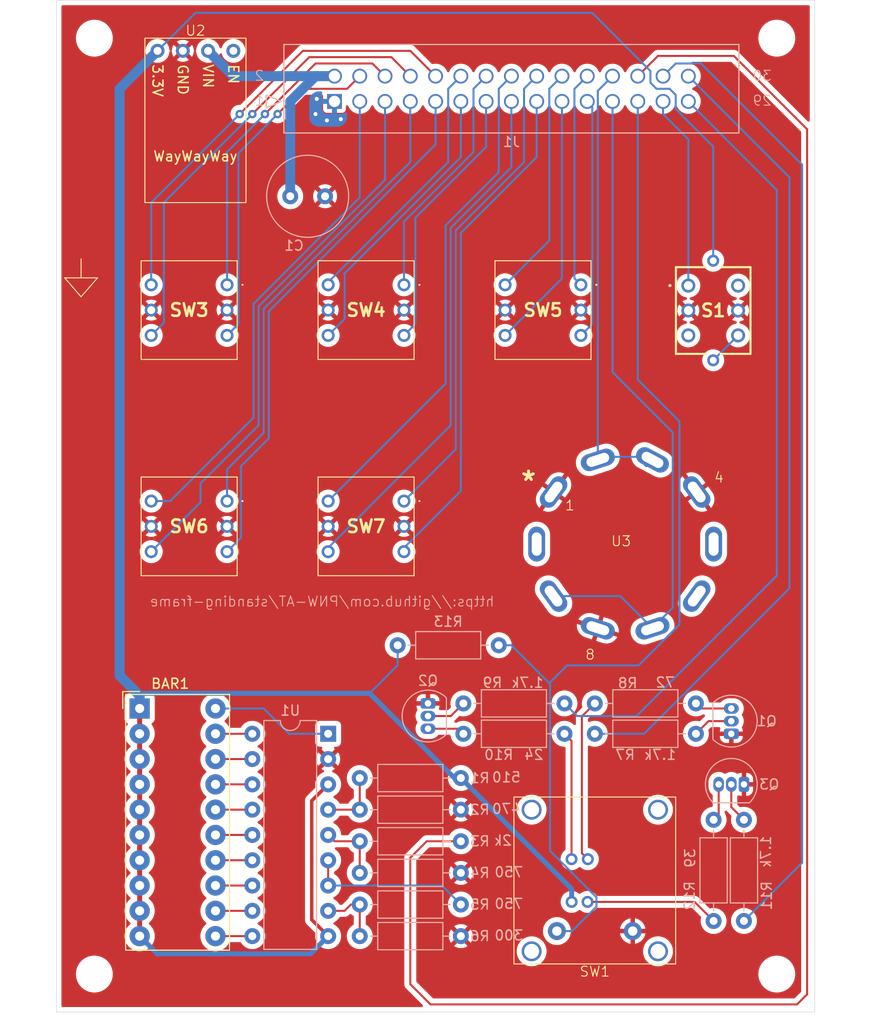
<source format=kicad_pcb>
(kicad_pcb (version 20240108) (generator "pcbnew") (generator_version "8.0")
  (title_block (title "control PCB for standing frame") (date "2024-07-10") (rev "v1.0") (company "PNW Assistive Technology") (comment 1 "Joshua Phelps"))
  (layers (0 "F.Cu" signal) (31 "B.Cu" signal) (34 "B.Paste" user) (35 "F.Paste" user) (36 "B.SilkS" user "B.Silkscreen") (37 "F.SilkS" user "F.Silkscreen") (38 "B.Mask" user) (39 "F.Mask" user) (44 "Edge.Cuts" user))
  (net 0 "")
  (net 1 "Net-(J1-Pin_3)")
  (net 2 "Net-(J1-Pin_7)")
  (net 3 "Net-(J1-Pin_5)")
  (net 4 "Net-(J1-Pin_8)")
  (net 5 "3.3V")
  (net 6 "Net-(U1-LED9)")
  (net 7 "Net-(U1-LED6)")
  (net 8 "Net-(U1-LED5)")
  (net 9 "Net-(U1-LED4)")
  (net 10 "Net-(U1-LED8)")
  (net 11 "Net-(U1-LED3)")
  (net 12 "Net-(U1-LED10)")
  (net 13 "Net-(U1-LED7)")
  (net 14 "Net-(U1-LED1)")
  (net 15 "Net-(U1-LED2)")
  (net 16 "GND")
  (net 17 "Net-(U1-RLO)")
  (net 18 "Net-(U1-SIG)")
  (net 19 "vbat")
  (net 20 "Net-(U1-REFOUT)")
  (net 21 "Net-(U1-REFADJ)")
  (net 22 "Net-(Q1-C)")
  (net 23 "Net-(Q1-B)")
  (net 24 "Net-(Q2-C)")
  (net 25 "Net-(Q2-B)")
  (net 26 "Net-(Q3-B)")
  (net 27 "Net-(Q3-C)")
  (net 28 "red")
  (net 29 "green")
  (net 30 "blue")
  (net 31 "Net-(SW1-red)")
  (net 32 "Net-(SW1-green)")
  (net 33 "Net-(SW1-blue)")
  (net 34 "activate")
  (net 35 "Net-(J1-Pin_4)")
  (net 37 "steerlock")
  (net 38 "Net-(J1-Pin_6)")
  (net 40 "Net-(J1-Pin_10)")
  (net 42 "Net-(S1-K)")
  (net 45 "Net-(J1-Pin_9)")
  (net 46 "Net-(J1-Pin_11)")
  (net 47 "Net-(J1-Pin_12)")
  (net 48 "Net-(J1-Pin_13)")
  (net 49 "Net-(J1-Pin_14)")
  (net 50 "Net-(J1-Pin_18)")
  (net 51 "Net-(J1-Pin_17)")
  (net 52 "Net-(J1-Pin_15)")
  (net 53 "Net-(J1-Pin_16)")
  (net 54 "Net-(J1-Pin_20)")
  (net 55 "Net-(J1-Pin_22)")
  (net 56 "Net-(J1-Pin_19)")
  (net 57 "Net-(J1-Pin_21)")
  (net 58 "mode2")
  (net 59 "mode1")
  (net 61 "Net-(J1-Pin_26)")
  (footprint "projlib:KP0215ASAKG03RGBP-1FJB" (layer "F.Cu") (at 155.702 139.192)
    (property "Reference" "SW1")
    (property "Value" "~")
  )
  (footprint "MountingHole:MountingHole_3.2mm_M3" (layer "F.Cu") (at 105.41 148.59)
    (property "Reference" "REF**" (hide yes))
    (property "Value" "MountingHole_3.2mm_M3")
  )
  (footprint "projlib:221ADC16" (layer "F.Cu") (at 136.525 101.092)
    (property "Reference" "SW7")
    (property "Value" "221ADC16" (hide yes))
  )
  (footprint "MountingHole:MountingHole_3.2mm_M3" (layer "F.Cu") (at 173.99 54.61)
    (property "Reference" "REF**" (hide yes))
    (property "Value" "MountingHole_3.2mm_M3")
  )
  (footprint "projlib:221ADC16" (layer "F.Cu") (at 118.745 79.375)
    (property "Reference" "SW3")
    (property "Value" "221ADC16" (hide yes))
  )
  (footprint "projlib:221ADC16" (layer "F.Cu") (at 136.525 79.375)
    (property "Reference" "SW4")
    (property "Value" "221ADC16" (hide yes))
  )
  (footprint "projlib:LP4EE1PBCTW" (layer "F.Cu") (at 165.1 79.455 90)
    (property "Reference" "S1")
    (property "Value" "LP4EE1PBCTW" (hide yes))
  )
  (footprint "projlib:CON_702463001_MOL_molex2x15" (layer "F.Cu") (at 129.54 60.96)
    (property "Reference" "J1")
    (property "Value" "Molex2x15" (hide yes))
  )
  (footprint "projlib:R20405RN02Q" (layer "F.Cu") (at 158.75 105.41 54)
    (property "Reference" "U3")
    (property "Value" "~")
  )
  (footprint "projlib:221ADC16" (layer "F.Cu") (at 154.305 79.375)
    (property "Reference" "SW5")
    (property "Value" "221ADC16" (hide yes))
  )
  (footprint "MountingHole:MountingHole_3.2mm_M3" (layer "F.Cu") (at 105.41 54.61)
    (property "Reference" "REF**" (hide yes))
    (property "Value" "MountingHole_3.2mm_M3")
  )
  (footprint "Display:HLCP-J100" (layer "F.Cu") (at 109.9625 121.92)
    (property "Reference" "BAR1")
    (property "Value" "HLCP-J100_2")
  )
  (footprint "projlib:pololu4964_3.3v" (layer "F.Cu") (at 115.57 54.61 180)
    (property "Reference" "U2")
    (property "Value" "3.3v regulator")
  )
  (footprint "LOGO" (layer "F.Cu") (at 167.894 68.834)
    (property "Reference" "G***" (hide yes))
    (property "Value" "LOGO" (hide yes))
  )
  (footprint "projlib:221ADC16" (layer "F.Cu") (at 118.745 101.092)
    (property "Reference" "SW6")
    (property "Value" "221ADC16" (hide yes))
  )
  (footprint "MountingHole:MountingHole_3.2mm_M3" (layer "F.Cu") (at 173.99 148.59)
    (property "Reference" "REF**" (hide yes))
    (property "Value" "MountingHole_3.2mm_M3")
  )
  (footprint "Resistor_THT:R_Axial_DIN0207_L6.3mm_D2.5mm_P10.16mm_Horizontal" (layer "B.Cu") (at 165.862 124.46 180)
    (property "Reference" "R7")
    (property "Value" "1.7k")
  )
  (footprint "Resistor_THT:R_Axial_DIN0207_L6.3mm_D2.5mm_P10.16mm_Horizontal" (layer "B.Cu") (at 142.494 124.46)
    (property "Reference" "R10")
    (property "Value" "24")
  )
  (footprint "Resistor_THT:R_Axial_DIN0207_L6.3mm_D2.5mm_P10.16mm_Horizontal" (layer "B.Cu") (at 142.24 128.905 180)
    (property "Reference" "R1")
    (property "Value" "510")
  )
  (footprint "projlib:TO-92_Inline" (layer "B.Cu") (at 170.688 129.54 180)
    (property "Reference" "Q3")
    (property "Value" "2N3904")
  )
  (footprint "Capacitor_THT:C_Radial_D8.0mm_H11.5mm_P3.50mm" (layer "B.Cu") (at 125.095 70.485)
    (property "Reference" "C1")
    (property "Value" "C_Polarized")
  )
  (footprint "Resistor_THT:R_Axial_DIN0207_L6.3mm_D2.5mm_P10.16mm_Horizontal" (layer "B.Cu") (at 142.24 144.78 180)
    (property "Reference" "R6")
    (property "Value" "300")
  )
  (footprint "Resistor_THT:R_Axial_DIN0207_L6.3mm_D2.5mm_P10.16mm_Horizontal" (layer "B.Cu") (at 142.24 141.605 180)
    (property "Reference" "R5")
    (property "Value" "750")
  )
  (footprint "Resistor_THT:R_Axial_DIN0207_L6.3mm_D2.5mm_P10.16mm_Horizontal" (layer "B.Cu") (at 165.862 121.412 180)
    (property "Reference" "R8")
    (property "Value" "72")
  )
  (footprint "Resistor_THT:R_Axial_DIN0207_L6.3mm_D2.5mm_P10.16mm_Horizontal" (layer "B.Cu") (at 142.24 138.43 180)
    (property "Reference" "R4")
    (property "Value" "750")
  )
  (footprint "projlib:TO-92_Inline" (layer "B.Cu") (at 169.418 124.46 90)
    (property "Reference" "Q1")
    (property "Value" "2N3904")
  )
  (footprint "Resistor_THT:R_Axial_DIN0207_L6.3mm_D2.5mm_P10.16mm_Horizontal" (layer "B.Cu") (at 142.494 121.412)
    (property "Reference" "R9")
    (property "Value" "1.7k")
  )
  (footprint "Resistor_THT:R_Axial_DIN0207_L6.3mm_D2.5mm_P10.16mm_Horizontal" (layer "B.Cu") (at 142.24 135.255 180)
    (property "Reference" "R3")
    (property "Value" "2k")
  )
  (footprint "Resistor_THT:R_Axial_DIN0207_L6.3mm_D2.5mm_P10.16mm_Horizontal" (layer "B.Cu") (at 170.688 133.096 -90)
    (property "Reference" "R11")
    (property "Value" "1.7k")
  )
  (footprint "Package_DIP:DIP-18_W7.62mm" (layer "B.Cu") (at 128.905 124.46 180)
    (property "Reference" "U1")
    (property "Value" "LM3914N")
  )
  (footprint "projlib:TO-92_Inline" (layer "B.Cu") (at 138.938 121.412 -90)
    (property "Reference" "Q2")
    (property "Value" "2N3904")
  )
  (footprint "Resistor_THT:R_Axial_DIN0207_L6.3mm_D2.5mm_P10.16mm_Horizontal" (layer "B.Cu") (at 146.05 115.57 180)
    (property "Reference" "R13")
    (property "Value" "2k")
  )
  (footprint "Resistor_THT:R_Axial_DIN0207_L6.3mm_D2.5mm_P10.16mm_Horizontal" (layer "B.Cu") (at 142.24 132.08 180)
    (property "Reference" "R2")
    (property "Value" "470")
  )
  (footprint "Resistor_THT:R_Axial_DIN0207_L6.3mm_D2.5mm_P10.16mm_Horizontal" (layer "B.Cu") (at 167.64 133.096 -90)
    (property "Reference" "R12")
    (property "Value" "39")
  )
  (gr_line (start 104.0765 80.5815) (end 102.4255 78.6765) (stroke (width 0.1)) (layer "F.SilkS"))
  (gr_line (start 102.4255 78.6765) (end 105.7275 78.6765) (stroke (width 0.1)) (layer "F.SilkS"))
  (gr_line (start 104.0765 76.7715) (end 104.0765 78.6765) (stroke (width 0.1)) (layer "F.SilkS"))
  (gr_line (start 105.7275 78.6765) (end 104.0765 80.5815) (stroke (width 0.1)) (layer "F.SilkS"))
  (gr_rect (start 101.599996 50.8) (end 177.799996 152.4) (stroke (width 0.05)) (fill none) (layer "Edge.Cuts"))
  (gr_text "https://github.com/PNW-AT/standing-frame" (at 145.669 111.76 -0) (layer "B.SilkS") (effects (font (size 1 1) (thickness 0.1)) (justify left bottom mirror)))
  (gr_text "24" (at 150.622 125.984 0) (layer "B.SilkS") (effects (font (size 1 1)) (justify left top mirror)))
  (gr_text "1.7k" (at 163.957 125.984 0) (layer "B.SilkS") (effects (font (size 1 1)) (justify left top mirror)))
  (gr_text "470\n" (at 148.336 132.588 0) (layer "B.SilkS") (effects (font (size 1 1)) (justify left bottom mirror)))
  (gr_text "300\n" (at 148.59 145.288 0) (layer "B.SilkS") (effects (font (size 1 1)) (justify left bottom mirror)))
  (gr_text "1.7k\n" (at 173.482 134.62 90) (layer "B.SilkS") (effects (font (size 1 1)) (justify left bottom mirror)))
  (gr_text "72\n" (at 163.83 119.888 0) (layer "B.SilkS") (effects (font (size 1 1)) (justify left bottom mirror)))
  (gr_text "510\n" (at 148.336 129.413 0) (layer "B.SilkS") (effects (font (size 1 1)) (justify left bottom mirror)))
  (gr_text "39\n" (at 165.862 135.89 90) (layer "B.SilkS") (effects (font (size 1 1)) (justify left bottom mirror)))
  (gr_text "750" (at 148.59 138.938 0) (layer "B.SilkS") (effects (font (size 1 1)) (justify left bottom mirror)))
  (gr_text "750" (at 148.59 142.113 0) (layer "B.SilkS") (effects (font (size 1 1)) (justify left bottom mirror)))
  (gr_text "2k\n" (at 147.447 135.763 0) (layer "B.SilkS") (effects (font (size 1 1)) (justify left bottom mirror)))
  (gr_text "1.7k" (at 150.622 118.745 0) (layer "B.SilkS") (effects (font (size 1 1)) (justify left top mirror)))
  (gr_text "WayWayWay" (at 111.252 67.056 0) (layer "F.SilkS") (effects (font (size 1 1)) (justify left bottom)))
  (gr_text "*" (at 148.082 100.33 0) (layer "F.SilkS") (effects (font (size 2 2) (thickness 0.3) (bold yes)) (justify left bottom)))
  (gr_text "1\n" (at 152.654 102.108 0) (layer "F.SilkS") (effects (font (size 1 1) (thickness 0.1)) (justify left bottom)))
  (gr_text "8\n" (at 154.686 117.094 0) (layer "F.SilkS") (effects (font (size 1 1) (thickness 0.1)) (justify left bottom)))
  (gr_text "4\n" (at 167.64 99.314 0) (layer "F.SilkS") (effects (font (size 1 1) (thickness 0.1)) (justify left bottom)))
  (segment (start 121.412 92.71) (end 121.412 81.28) (width 0.2) (layer "B.Cu") (net 1))
  (segment (start 132.08 70.612) (end 132.08 60.96) (width 0.2) (layer "B.Cu") (net 1))
  (segment (start 111.125 101.092) (end 113.03 101.092) (width 0.2) (layer "B.Cu") (net 1))
  (segment (start 121.412 81.28) (end 132.08 70.612) (width 0.2) (layer "B.Cu") (net 1))
  (segment (start 113.03 101.092) (end 121.412 92.71) (width 0.2) (layer "B.Cu") (net 1))
  (segment (start 122.428 81.788) (end 122.428 94.234) (width 0.2) (layer "B.Cu") (net 2))
  (segment (start 118.745 97.917) (end 118.745 101.092) (width 0.2) (layer "B.Cu") (net 2))
  (segment (start 122.428 94.234) (end 118.745 97.917) (width 0.2) (layer "B.Cu") (net 2))
  (segment (start 137.16 67.056) (end 122.428 81.788) (width 0.2) (layer "B.Cu") (net 2))
  (segment (start 137.16 60.96) (end 137.16 67.056) (width 0.2) (layer "B.Cu") (net 2))
  (segment (start 134.62 68.834) (end 134.62 60.96) (width 0.2) (layer "B.Cu") (net 3))
  (segment (start 116.078 101.219) (end 116.078 99.314) (width 0.2) (layer "B.Cu") (net 3))
  (segment (start 121.92 93.472) (end 121.92 81.534) (width 0.2) (layer "B.Cu") (net 3))
  (segment (start 116.078 99.314) (end 121.92 93.472) (width 0.2) (layer "B.Cu") (net 3))
  (segment (start 121.92 81.534) (end 134.62 68.834) (width 0.2) (layer "B.Cu") (net 3))
  (segment (start 111.125 106.172) (end 116.078 101.219) (width 0.2) (layer "B.Cu") (net 3))
  (segment (start 137.16 58.42) (end 135.255 56.515) (width 0.2) (layer "F.Cu") (net 4))
  (segment (start 127 56.515) (end 121.285 62.23) (width 0.2) (layer "F.Cu") (net 4))
  (segment (start 135.255 56.515) (end 127 56.515) (width 0.2) (layer "F.Cu") (net 4))
  (via (at 121.285 62.23) (size 0.85) (drill 0.4) (layers "F.Cu" "B.Cu") (net 4))
  (segment (start 111.125 84.455) (end 112.395 83.185) (width 0.2) (layer "B.Cu") (net 4))
  (segment (start 112.395 71.12) (end 121.285 62.23) (width 0.2) (layer "B.Cu") (net 4))
  (segment (start 112.395 83.185) (end 112.395 71.12) (width 0.2) (layer "B.Cu") (net 4))
  (segment (start 109.9625 121.92) (end 109.9625 144.78) (width 0.5) (layer "F.Cu") (net 5))
  (segment (start 128.905 129.54) (end 127.254 131.191) (width 0.35) (layer "F.Cu") (net 5))
  (segment (start 127.254 143.129) (end 128.905 144.78) (width 0.35) (layer "F.Cu") (net 5))
  (segment (start 109.9625 121.92) (end 110.49 121.92) (width 0.5) (layer "F.Cu") (net 5))
  (segment (start 127.254 131.191) (end 127.254 143.129) (width 0.35) (layer "F.Cu") (net 5))
  (segment (start 115.57 52.07) (end 111.76 55.88) (width 0.2) (layer "B.Cu") (net 5))
  (segment (start 111.7405 146.558) (end 127.127 146.558) (width 0.5) (layer "B.Cu") (net 5))
  (segment (start 163.83 61.722) (end 163.83 60.302146) (width 0.2) (layer "B.Cu") (net 5))
  (segment (start 167.6 76.955) (end 167.6 65.492) (width 0.2) (layer "B.Cu") (net 5))
  (segment (start 167.6 65.492) (end 163.83 61.722) (width 0.2) (layer "B.Cu") (net 5))
  (segment (start 163.217854 59.69) (end 161.902146 59.69) (width 0.2) (layer "B.Cu") (net 5))
  (segment (start 142.24 128.905) (end 153.372 140.037) (width 0.5) (layer "B.Cu") (net 5))
  (segment (start 109.9625 144.78) (end 111.7405 146.558) (width 0.5) (layer "B.Cu") (net 5))
  (segment (start 161.29 57.912) (end 155.448 52.07) (width 0.2) (layer "B.Cu") (net 5))
  (segment (start 107.95 59.69) (end 111.76 55.88) (width 1) (layer "B.Cu") (net 5))
  (segment (start 155.448 52.07) (end 115.57 52.07) (width 0.2) (layer "B.Cu") (net 5))
  (segment (start 107.95 118.618) (end 107.95 59.69) (width 1) (layer "B.Cu") (net 5))
  (segment (start 110.197 120.396) (end 109.9625 120.6305) (width 0.5) (layer "B.Cu") (net 5))
  (segment (start 141.585 128.905) (end 142.24 128.905) (width 0.2) (layer "B.Cu") (net 5))
  (segment (start 109.9625 120.6305) (end 107.95 118.618) (width 1) (layer "B.Cu") (net 5))
  (segment (start 135.89 117.582) (end 133.076 120.396) (width 0.2) (layer "B.Cu") (net 5))
  (segment (start 127.127 146.558) (end 128.905 144.78) (width 0.5) (layer "B.Cu") (net 5))
  (segment (start 141.585 128.905) (end 133.076 120.396) (width 0.5) (layer "B.Cu") (net 5))
  (segment (start 109.9625 121.92) (end 109.9625 120.6305) (width 1) (layer "B.Cu") (net 5))
  (segment (start 153.372 140.037) (end 153.372 141.342) (width 0.5) (layer "B.Cu") (net 5))
  (segment (start 161.902146 59.69) (end 161.29 59.077854) (width 0.2) (layer "B.Cu") (net 5))
  (segment (start 133.076 120.396) (end 110.197 120.396) (width 0.5) (layer "B.Cu") (net 5))
  (segment (start 161.29 59.077854) (end 161.29 57.912) (width 0.2) (layer "B.Cu") (net 5))
  (segment (start 163.83 60.302146) (end 163.217854 59.69) (width 0.2) (layer "B.Cu") (net 5))
  (segment (start 135.89 115.57) (end 135.89 117.582) (width 0.2) (layer "B.Cu") (net 5))
  (segment (start 117.5825 142.24) (end 121.285 142.24) (width 0.2) (layer "F.Cu") (net 6))
  (segment (start 121.285 134.62) (end 117.5825 134.62) (width 0.2) (layer "F.Cu") (net 7))
  (segment (start 117.5825 132.08) (end 121.285 132.08) (width 0.2) (layer "F.Cu") (net 8))
  (segment (start 121.285 129.54) (end 117.5825 129.54) (width 0.2) (layer "F.Cu") (net 9))
  (segment (start 121.285 139.7) (end 117.5825 139.7) (width 0.2) (layer "F.Cu") (net 10))
  (segment (start 117.5825 127) (end 121.285 127) (width 0.2) (layer "F.Cu") (net 11))
  (segment (start 121.285 144.78) (end 117.5825 144.78) (width 0.2) (layer "F.Cu") (net 12))
  (segment (start 117.5825 137.16) (end 121.285 137.16) (width 0.2) (layer "F.Cu") (net 13))
  (segment (start 124.968 124.46) (end 128.905 124.46) (width 0.2) (layer "B.Cu") (net 14))
  (segment (start 117.5825 121.92) (end 122.428 121.92) (width 0.2) (layer "B.Cu") (net 14))
  (segment (start 122.428 121.92) (end 124.968 124.46) (width 0.2) (layer "B.Cu") (net 14))
  (segment (start 121.285 124.46) (end 117.5825 124.46) (width 0.2) (layer "F.Cu") (net 15))
  (via (at 128.778 62.865) (size 0.85) (drill 0.4) (layers "F.Cu" "B.Cu") (net 16))
  (via (at 127.762 60.706) (size 0.85) (drill 0.4) (layers "F.Cu" "B.Cu") (net 16))
  (via (at 130.175 62.738) (size 0.85) (drill 0.4) (layers "F.Cu" "B.Cu") (net 16))
  (via (at 127.635 62.23) (size 0.85) (drill 0.4) (layers "F.Cu" "B.Cu") (net 16))
  (segment (start 132.08 132.08) (end 128.905 132.08) (width 0.2) (layer "F.Cu") (net 17))
  (segment (start 132.08 128.905) (end 132.08 132.08) (width 0.2) (layer "F.Cu") (net 17))
  (segment (start 132.08 138.43) (end 132.08 135.255) (width 0.2) (layer "F.Cu") (net 18))
  (segment (start 132.08 135.255) (end 129.54 135.255) (width 0.2) (layer "F.Cu") (net 18))
  (segment (start 129.54 135.255) (end 128.905 134.62) (width 0.2) (layer "F.Cu") (net 18))
  (segment (start 129.54 58.42) (end 127.635 58.42) (width 1) (layer "B.Cu") (net 19))
  (segment (start 125.095 60.96) (end 125.095 70.485) (width 1) (layer "B.Cu") (net 19))
  (segment (start 116.84 55.88) (end 119.38 58.42) (width 1) (layer "B.Cu") (net 19))
  (segment (start 127.635 58.42) (end 125.095 60.96) (width 1) (layer "B.Cu") (net 19))
  (segment (start 119.38 58.42) (end 129.54 58.42) (width 1) (layer "B.Cu") (net 19))
  (segment (start 128.905 137.16) (end 128.905 139.7) (width 0.2) (layer "F.Cu") (net 20))
  (segment (start 140.335 139.7) (end 128.905 139.7) (width 0.2) (layer "B.Cu") (net 20))
  (segment (start 142.24 141.605) (end 140.335 139.7) (width 0.2) (layer "B.Cu") (net 20))
  (segment (start 130.556 142.24) (end 128.905 142.24) (width 0.2) (layer "F.Cu") (net 21))
  (segment (start 132.08 141.605) (end 132.08 144.78) (width 0.2) (layer "F.Cu") (net 21))
  (segment (start 132.08 141.605) (end 131.191 141.605) (width 0.2) (layer "F.Cu") (net 21))
  (segment (start 131.191 141.605) (end 130.556 142.24) (width 0.2) (layer "F.Cu") (net 21))
  (segment (start 166.37 121.92) (end 165.862 121.412) (width 0.2) (layer "F.Cu") (net 22))
  (segment (start 169.418 121.92) (end 166.37 121.92) (width 0.2) (layer "F.Cu") (net 22))
  (segment (start 167.132 123.19) (end 165.862 124.46) (width 0.2) (layer "F.Cu") (net 23))
  (segment (start 169.418 123.19) (end 167.132 123.19) (width 0.2) (layer "F.Cu") (net 23))
  (segment (start 138.938 123.952) (end 141.986 123.952) (width 0.2) (layer "F.Cu") (net 24))
  (segment (start 141.986 123.952) (end 142.494 124.46) (width 0.2) (layer "F.Cu") (net 24))
  (segment (start 141.224 122.682) (end 142.494 121.412) (width 0.2) (layer "F.Cu") (net 25))
  (segment (start 138.938 122.682) (end 141.224 122.682) (width 0.2) (layer "F.Cu") (net 25))
  (segment (start 170.688 133.096) (end 169.418 131.826) (width 0.2) (layer "F.Cu") (net 26))
  (segment (start 169.418 131.826) (end 169.418 129.54) (width 0.2) (layer "F.Cu") (net 26))
  (segment (start 168.148 132.588) (end 167.64 133.096) (width 0.2) (layer "F.Cu") (net 27))
  (segment (start 168.148 129.54) (end 168.148 132.588) (width 0.2) (layer "F.Cu") (net 27))
  (segment (start 165.1 58.42) (end 175.26 68.58) (width 0.2) (layer "B.Cu") (net 28))
  (segment (start 175.26 68.58) (end 175.26 109.855) (width 0.2) (layer "B.Cu") (net 28))
  (segment (start 175.26 109.855) (end 160.655 124.46) (width 0.2) (layer "B.Cu") (net 28))
  (segment (start 160.655 124.46) (end 155.702 124.46) (width 0.2) (layer "B.Cu") (net 28))
  (segment (start 159.893 122.682) (end 173.99 108.585) (width 0.2) (layer "B.Cu") (net 29))
  (segment (start 173.99 108.585) (end 173.99 69.85) (width 0.2) (layer "B.Cu") (net 29))
  (segment (start 152.654 121.412) (end 153.924 122.682) (width 0.2) (layer "B.Cu") (net 29))
  (segment (start 173.99 69.85) (end 165.1 60.96) (width 0.2) (layer "B.Cu") (net 29))
  (segment (start 153.924 122.682) (end 159.893 122.682) (width 0.2) (layer "B.Cu") (net 29))
  (segment (start 166.37 57.15) (end 163.83 57.15) (width 0.2) (layer "B.Cu") (net 30))
  (segment (start 176.53 137.414) (end 176.53 67.31) (width 0.2) (layer "B.Cu") (net 30))
  (segment (start 170.688 143.256) (end 176.53 137.414) (width 0.2) (layer "B.Cu") (net 30))
  (segment (start 163.83 57.15) (end 162.56 58.42) (width 0.2) (layer "B.Cu") (net 30))
  (segment (start 176.53 67.31) (end 166.37 57.15) (width 0.2) (layer "B.Cu") (net 30))
  (segment (start 155.002 137.052) (end 154.402 136.452) (width 0.2) (layer "F.Cu") (net 31))
  (segment (start 154.402 136.452) (end 154.402 122.712) (width 0.2) (layer "F.Cu") (net 31))
  (segment (start 154.402 122.712) (end 155.702 121.412) (width 0.2) (layer "F.Cu") (net 31))
  (segment (start 153.362 137.052) (end 153.362 125.168) (width 0.2) (layer "F.Cu") (net 32))
  (segment (start 153.362 125.168) (end 152.654 124.46) (width 0.2) (layer "F.Cu") (net 32))
  (segment (start 167.64 143.256) (end 165.726 141.342) (width 0.2) (layer "F.Cu") (net 33))
  (segment (start 165.726 141.342) (end 154.972 141.342) (width 0.2) (layer "F.Cu") (net 33))
  (segment (start 160.02 88.9) (end 164.211 93.091) (width 0.2) (layer "B.Cu") (net 34))
  (segment (start 152.908 117.602) (end 151.201409 119.308591) (width 0.2) (layer "B.Cu") (net 34))
  (segment (start 160.092858 117.602) (end 152.908 117.602) (width 0.2) (layer "B.Cu") (net 34))
  (segment (start 155.872 140.886) (end 155.872 141.816) (width 0.2) (layer "B.Cu") (net 34))
  (segment (start 146.05 115.57) (end 147.32 115.57) (width 0.2) (layer "B.Cu") (net 34))
  (segment (start 151.201409 119.308591) (end 151.201409 120.142) (width 0.2) (layer "B.Cu") (net 34))
  (segment (start 151.201409 136.215409) (end 155.872 140.886) (width 0.2) (layer "B.Cu") (net 34))
  (segment (start 147.32 115.57) (end 151.201409 119.451409) (width 0.2) (layer "B.Cu") (net 34))
  (segment (start 151.201409 119.451409) (end 151.201409 120.142) (width 0.2) (layer "B.Cu") (net 34))
  (segment (start 160.02 60.96) (end 160.02 88.9) (width 0.2) (layer "B.Cu") (net 34))
  (segment (start 155.872 141.816) (end 153.416 144.272) (width 0.2) (layer "B.Cu") (net 34))
  (segment (start 153.416 144.272) (end 151.892 144.272) (width 0.2) (layer "B.Cu") (net 34))
  (segment (start 164.211 93.091) (end 164.211 113.483858) (width 0.2) (layer "B.Cu") (net 34))
  (segment (start 151.201409 120.142) (end 151.201409 136.215409) (width 0.2) (layer "B.Cu") (net 34))
  (segment (start 164.211 113.483858) (end 160.092858 117.602) (width 0.2) (layer "B.Cu") (net 34))
  (segment (start 130.81 59.69) (end 126.365 59.69) (width 0.2) (layer "F.Cu") (net 35))
  (segment (start 126.365 59.69) (end 123.825 62.23) (width 0.2) (layer "F.Cu") (net 35))
  (segment (start 132.08 58.42) (end 130.81 59.69) (width 0.2) (layer "F.Cu") (net 35))
  (via (at 123.825 62.23) (size 0.85) (drill 0.4) (layers "F.Cu" "B.Cu") (net 35))
  (segment (start 118.745 84.455) (end 119.888 83.312) (width 0.2) (layer "B.Cu") (net 35))
  (segment (start 119.888 66.167) (end 123.825 62.23) (width 0.2) (layer "B.Cu") (net 35))
  (segment (start 119.888 83.312) (end 119.888 66.167) (width 0.2) (layer "B.Cu") (net 35))
  (segment (start 165.1 64.77) (end 162.56 62.23) (width 0.2) (layer "B.Cu") (net 37))
  (segment (start 165.1 79.455) (end 165.1 64.77) (width 0.2) (layer "B.Cu") (net 37))
  (segment (start 162.56 62.23) (end 162.56 60.96) (width 0.2) (layer "B.Cu") (net 37))
  (segment (start 133.35 57.15) (end 127.635 57.15) (width 0.2) (layer "F.Cu") (net 38))
  (segment (start 134.62 58.42) (end 133.35 57.15) (width 0.2) (layer "F.Cu") (net 38))
  (segment (start 127.635 57.15) (end 122.555 62.23) (width 0.2) (layer "F.Cu") (net 38))
  (via (at 122.555 62.23) (size 0.85) (drill 0.4) (layers "F.Cu" "B.Cu") (net 38))
  (segment (start 118.745 79.375) (end 118.745 66.04) (width 0.2) (layer "B.Cu") (net 38))
  (segment (start 118.745 66.04) (end 122.555 62.23) (width 0.2) (layer "B.Cu") (net 38))
  (segment (start 120.015 62.23) (end 126.365 55.88) (width 0.2) (layer "F.Cu") (net 40))
  (segment (start 137.16 55.88) (end 139.7 58.42) (width 0.2) (layer "F.Cu") (net 40))
  (segment (start 126.365 55.88) (end 137.16 55.88) (width 0.2) (layer "F.Cu") (net 40))
  (via (at 120.015 62.23) (size 0.85) (drill 0.4) (layers "F.Cu" "B.Cu") (net 40))
  (segment (start 111.125 79.375) (end 111.125 71.12) (width 0.2) (layer "B.Cu") (net 40))
  (segment (start 111.125 71.12) (end 120.015 62.23) (width 0.2) (layer "B.Cu") (net 40))
  (segment (start 170.1 84.455) (end 167.6 86.955) (width 0.2) (layer "B.Cu") (net 42))
  (segment (start 139.7 65.278) (end 139.7 60.96) (width 0.2) (layer "B.Cu") (net 45))
  (segment (start 120.142 104.775) (end 120.142 97.593686) (width 0.2) (layer "B.Cu") (net 45))
  (segment (start 122.936 94.799686) (end 122.936 82.042) (width 0.2) (layer "B.Cu") (net 45))
  (segment (start 120.142 97.593686) (end 122.936 94.799686) (width 0.2) (layer "B.Cu") (net 45))
  (segment (start 122.936 82.042) (end 139.7 65.278) (width 0.2) (layer "B.Cu") (net 45))
  (segment (start 118.745 106.172) (end 120.142 104.775) (width 0.2) (layer "B.Cu") (net 45))
  (segment (start 130.556 78.232) (end 142.24 66.548) (width 0.2) (layer "B.Cu") (net 46))
  (segment (start 128.905 84.455) (end 130.556 82.804) (width 0.2) (layer "B.Cu") (net 46))
  (segment (start 142.24 66.548) (end 142.24 60.96) (width 0.2) (layer "B.Cu") (net 46))
  (segment (start 130.556 82.804) (end 130.556 78.232) (width 0.2) (layer "B.Cu") (net 46))
  (segment (start 140.97 67.056) (end 140.97 59.69) (width 0.2) (layer "B.Cu") (net 47))
  (segment (start 140.97 59.69) (end 142.24 58.42) (width 0.2) (layer "B.Cu") (net 47))
  (segment (start 128.905 79.121) (end 140.97 67.056) (width 0.2) (layer "B.Cu") (net 47))
  (segment (start 128.905 79.375) (end 128.905 79.121) (width 0.2) (layer "B.Cu") (net 47))
  (segment (start 137.668 83.312) (end 136.525 84.455) (width 0.2) (layer "B.Cu") (net 48))
  (segment (start 144.78 60.96) (end 144.78 65.532) (width 0.2) (layer "B.Cu") (net 48))
  (segment (start 137.668 72.644) (end 137.668 83.312) (width 0.2) (layer "B.Cu") (net 48))
  (segment (start 144.78 65.532) (end 137.668 72.644) (width 0.2) (layer "B.Cu") (net 48))
  (segment (start 143.51 59.69) (end 144.78 58.42) (width 0.2) (layer "B.Cu") (net 49))
  (segment (start 136.525 73.025) (end 143.51 66.04) (width 0.2) (layer "B.Cu") (net 49))
  (segment (start 143.51 66.04) (end 143.51 59.69) (width 0.2) (layer "B.Cu") (net 49))
  (segment (start 136.525 79.375) (end 136.525 73.025) (width 0.2) (layer "B.Cu") (net 49))
  (segment (start 136.525 101.092) (end 141.732 95.885) (width 0.2) (layer "B.Cu") (net 50))
  (segment (start 148.59 67.056) (end 148.59 59.69) (width 0.2) (layer "B.Cu") (net 50))
  (segment (start 141.732 95.885) (end 141.732 73.914) (width 0.2) (layer "B.Cu") (net 50))
  (segment (start 141.732 73.914) (end 148.59 67.056) (width 0.2) (layer "B.Cu") (net 50))
  (segment (start 148.59 59.69) (end 149.86 58.42) (width 0.2) (layer "B.Cu") (net 50))
  (segment (start 149.86 66.548) (end 142.24 74.168) (width 0.2) (layer "B.Cu") (net 51))
  (segment (start 142.24 100.076) (end 136.525 105.791) (width 0.2) (layer "B.Cu") (net 51))
  (segment (start 136.525 105.791) (end 136.525 106.172) (width 0.2) (layer "B.Cu") (net 51))
  (segment (start 149.86 60.96) (end 149.86 66.548) (width 0.2) (layer "B.Cu") (net 51))
  (segment (start 142.24 74.168) (end 142.24 100.076) (width 0.2) (layer "B.Cu") (net 51))
  (segment (start 141.224 73.66) (end 141.224 93.472) (width 0.2) (layer "B.Cu") (net 52))
  (segment (start 141.224 93.472) (end 128.905 105.791) (width 0.2) (layer "B.Cu") (net 52))
  (segment (start 147.32 67.564) (end 141.224 73.66) (width 0.2) (layer "B.Cu") (net 52))
  (segment (start 147.32 60.96) (end 147.32 67.564) (width 0.2) (layer "B.Cu") (net 52))
  (segment (start 128.905 105.791) (end 128.905 106.172) (width 0.2) (layer "B.Cu") (net 52))
  (segment (start 146.05 68.072) (end 140.716 73.406) (width 0.2) (layer "B.Cu") (net 53))
  (segment (start 140.716 73.406) (end 140.716 89.281) (width 0.2) (layer "B.Cu") (net 53))
  (segment (start 146.05 59.69) (end 146.05 68.072) (width 0.2) (layer "B.Cu") (net 53))
  (segment (start 140.716 89.281) (end 128.905 101.092) (width 0.2) (layer "B.Cu") (net 53))
  (segment (start 147.32 58.42) (end 146.05 59.69) (width 0.2) (layer "B.Cu") (net 53))
  (segment (start 151.13 74.93) (end 151.13 59.69) (width 0.2) (layer "B.Cu") (net 54))
  (segment (start 146.685 79.375) (end 151.13 74.93) (width 0.2) (layer "B.Cu") (net 54))
  (segment (start 151.13 59.69) (end 152.4 58.42) (width 0.2) (layer "B.Cu") (net 54))
  (segment (start 153.655001 78.725001) (end 153.655001 59.704999) (width 0.2) (layer "B.Cu") (net 55))
  (segment (start 154.305 79.375) (end 153.655001 78.725001) (width 0.2) (layer "B.Cu") (net 55))
  (segment (start 153.655001 59.704999) (end 154.94 58.42) (width 0.2) (layer "B.Cu") (net 55))
  (segment (start 152.4 78.74) (end 152.4 60.96) (width 0.2) (layer "B.Cu") (net 56))
  (segment (start 146.685 84.455) (end 152.4 78.74) (width 0.2) (layer "B.Cu") (net 56))
  (segment (start 155.448 83.312) (end 154.305 84.455) (width 0.2) (layer "B.Cu") (net 57))
  (segment (start 154.94 60.96) (end 155.448 61.468) (width 0.2) (layer "B.Cu") (net 57))
  (segment (start 155.448 61.468) (end 155.448 83.312) (width 0.2) (layer "B.Cu") (net 57))
  (segment (start 158.267687 110.635394) (end 161.497199 113.864906) (width 0.2) (layer "B.Cu") (net 58))
  (segment (start 151.557804 110.635394) (end 158.267687 110.635394) (width 0.2) (layer "B.Cu") (net 58))
  (segment (start 163.530808 94.188808) (end 157.48 88.138) (width 0.2) (layer "B.Cu") (net 58))
  (segment (start 160.862199 114.499906) (end 160.862199 114.473801) (width 0.2) (layer "B.Cu") (net 58))
  (segment (start 161.497199 113.838801) (end 163.530808 111.805192) (width 0.2) (layer "B.Cu") (net 58))
  (segment (start 157.48 88.138) (end 157.48 60.96) (width 0.2) (layer "B.Cu") (net 58))
  (segment (start 163.530808 111.805192) (end 163.530808 94.188808) (width 0.2) (layer "B.Cu") (net 58))
  (segment (start 156.002801 96.955094) (end 155.675895 97.282) (width 0.2) (layer "B.Cu") (net 59))
  (segment (start 160.554055 97.282) (end 160.862134 97.590079) (width 0.2) (layer "B.Cu") (net 59))
  (segment (start 156.310895 96.647) (end 161.189055 96.647) (width 0.2) (layer "B.Cu") (net 59))
  (segment (start 156.002801 59.897199) (end 156.002801 96.955094) (width 0.2) (layer "B.Cu") (net 59))
  (segment (start 157.48 58.42) (end 156.002801 59.897199) (width 0.2) (layer "B.Cu") (net 59))
  (segment (start 177.038 150.622) (end 177.038 63.754) (width 0.2) (layer "F.Cu") (net 61))
  (segment (start 169.672 56.388) (end 162.052 56.388) (width 0.2) (layer "F.Cu") (net 61))
  (segment (start 137.16 149.606) (end 139.192 151.638) (width 0.2) (layer "F.Cu") (net 61))
  (segment (start 139.192 151.638) (end 176.022 151.638) (width 0.2) (layer "F.Cu") (net 61))
  (segment (start 142.24 135.255) (end 138.811 135.255) (width 0.2) (layer "F.Cu") (net 61))
  (segment (start 138.811 135.255) (end 137.16 136.906) (width 0.2) (layer "F.Cu") (net 61))
  (segment (start 162.052 56.388) (end 160.02 58.42) (width 0.2) (layer "F.Cu") (net 61))
  (segment (start 177.038 63.754) (end 169.672 56.388) (width 0.2) (layer "F.Cu") (net 61))
  (segment (start 176.022 151.638) (end 177.038 150.622) (width 0.2) (layer "F.Cu") (net 61))
  (segment (start 137.16 136.906) (end 137.16 149.606) (width 0.2) (layer "F.Cu") (net 61))
  (zone (net 16) (net_name "GND") (layer "F.Cu") (connect_pads (clearance 0.5)) (min_thickness 0.25) (fill yes (thermal_gap 0.4) (thermal_bridge_width 0.45))
    (polygon (pts (xy 177.8 50.8) (xy 177.8 152.4) (xy 101.6 152.4) (xy 101.6 50.8)))
  )
  (zone (net 16) (net_name "GND") (layer "B.Cu") (priority 1) (connect_pads (clearance 0.5)) (min_thickness 0.25) (fill yes (thermal_gap 0.5) (thermal_bridge_width 0.5) (smoothing fillet) (radius 1))
    (polygon (pts (xy 130.81 59.944) (xy 130.81 63.5) (xy 127 63.5) (xy 127 59.944)))
  )
)
</source>
